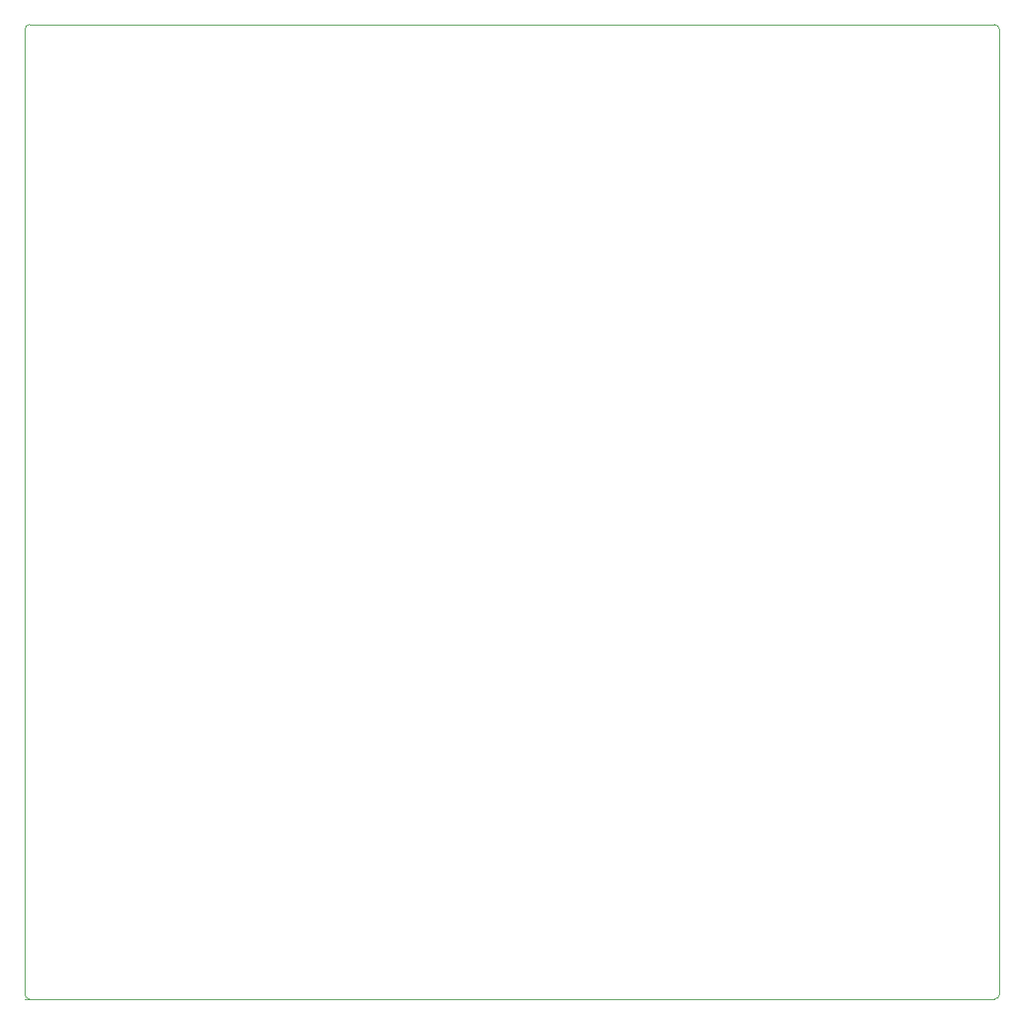
<source format=gbr>
%TF.GenerationSoftware,KiCad,Pcbnew,(5.1.10)-1*%
%TF.CreationDate,2021-06-11T23:30:18+03:00*%
%TF.ProjectId,chiller board,6368696c-6c65-4722-9062-6f6172642e6b,rev?*%
%TF.SameCoordinates,Original*%
%TF.FileFunction,Profile,NP*%
%FSLAX46Y46*%
G04 Gerber Fmt 4.6, Leading zero omitted, Abs format (unit mm)*
G04 Created by KiCad (PCBNEW (5.1.10)-1) date 2021-06-11 23:30:18*
%MOMM*%
%LPD*%
G01*
G04 APERTURE LIST*
%TA.AperFunction,Profile*%
%ADD10C,0.100000*%
%TD*%
G04 APERTURE END LIST*
D10*
X172250000Y-134250000D02*
G75*
G02*
X171750000Y-134750000I-500000J0D01*
G01*
X72750000Y-134750000D02*
G75*
G02*
X72250000Y-134250000I0J500000D01*
G01*
X72250000Y-35250000D02*
G75*
G02*
X72750000Y-34750000I500000J0D01*
G01*
X172250000Y-134250000D02*
X172250000Y-35250000D01*
X171750000Y-34750000D02*
G75*
G02*
X172250000Y-35250000I0J-500000D01*
G01*
X72250000Y-134750000D02*
X171750000Y-134750000D01*
X72250000Y-35250000D02*
X72250000Y-134250000D01*
X171750000Y-34750000D02*
X72750000Y-34750000D01*
M02*

</source>
